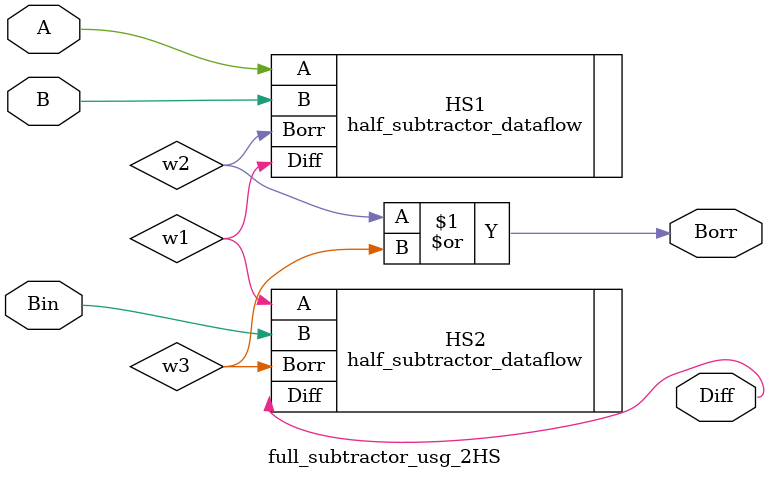
<source format=v>
/********************************************************************************************
Filename    :      full_subtractor_usg_2HS.v
Description :      Full Subtractor RTL (Using 2 Half Subtractors and 1 OR gate)
Author Name :      Sajeel Abid Parray
Language    :      Verilog HDL
Project     :      Full Subtractor using 2 Half Subtractors
Date        :      17-November-2025
*********************************************************************************************/

module full_subtractor_usg_2HS ( 

input A,B,Bin,
output Diff,Borr );
wire w1,w2,w3;               // Internal wires to connect half subtractors

half_subtractor_dataflow HS1 ( .A(A), .B(B), .Diff(w1), .Borr(w2) );            // First Half Subtractor
half_subtractor_dataflow HS2 ( .A(w1), .B(Bin), .Diff(Diff), .Borr(w3) );       // Second Half Subtractor

or OR1 (Borr, w2, w3);            // OR gate to generate final Borrow output

endmodule                          

</source>
